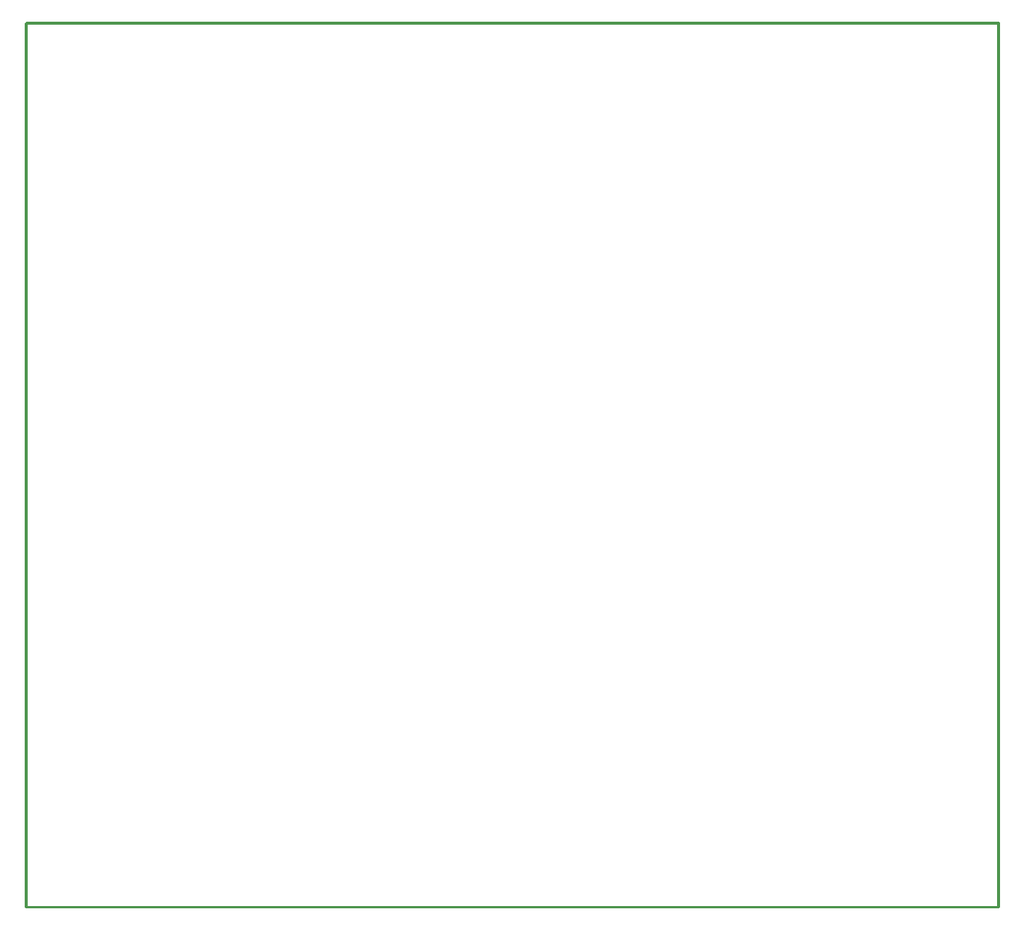
<source format=gm1>
G04*
G04 #@! TF.GenerationSoftware,Altium Limited,Altium Designer,18.1.3 (115)*
G04*
G04 Layer_Color=16711935*
%FSAX25Y25*%
%MOIN*%
G70*
G01*
G75*
%ADD13C,0.01000*%
D13*
X0145400Y0099700D02*
X0578471D01*
X0145600Y0099800D02*
X0578671D01*
X0145400Y0099700D02*
Y0493401D01*
X0578471D01*
Y0099700D02*
Y0493401D01*
X0145600Y0099800D02*
Y0493501D01*
X0578671D01*
Y0099800D02*
Y0493501D01*
M02*

</source>
